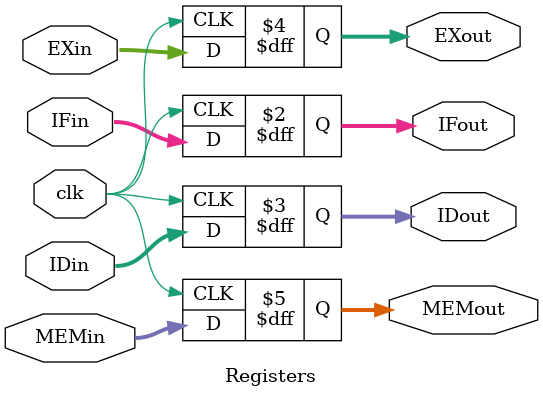
<source format=v>
module Registers(clk, IFin, IFout, IDin, IDout, EXin, EXout, MEMin, MEMout);
  input clk;
  input [63:0] IFin;
  input [143:0] IDin;
  input [101:0] EXin;
  input [68:0] MEMin;
  output reg [63:0] IFout;
  output reg [143:0] IDout;
  output reg [101:0] EXout;
  output reg [68:0] MEMout;
  
  always @ (posedge clk)
    begin
      IFout <= IFin;
      IDout <= IDin;
      MEMout <= MEMin;
      EXout <= EXin;
    end
  
endmodule
</source>
